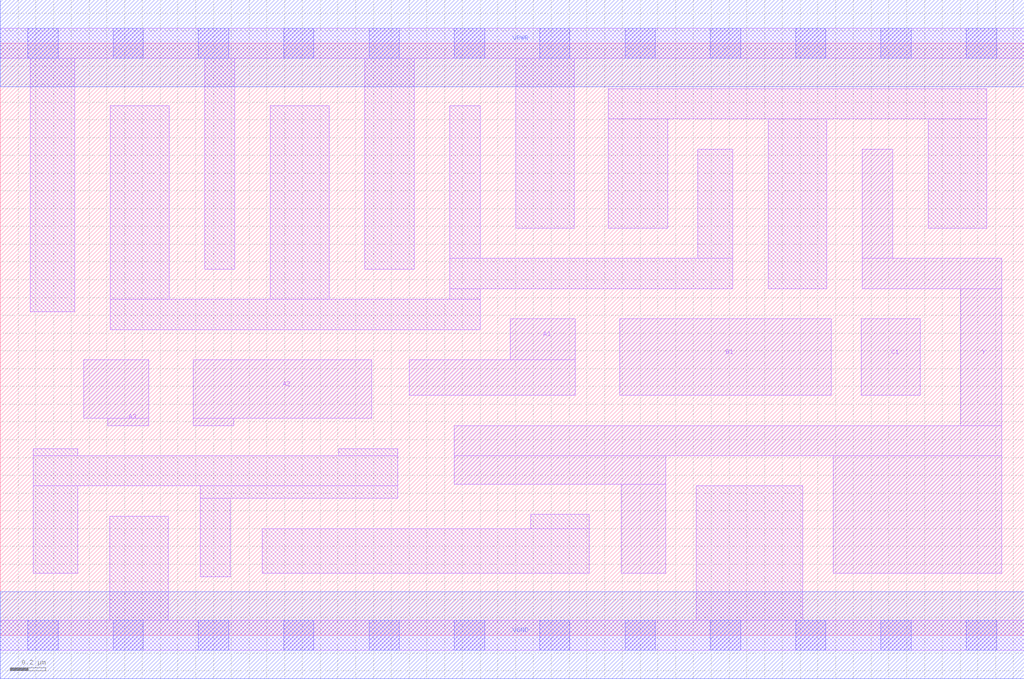
<source format=lef>
# Copyright 2020 The SkyWater PDK Authors
#
# Licensed under the Apache License, Version 2.0 (the "License");
# you may not use this file except in compliance with the License.
# You may obtain a copy of the License at
#
#     https://www.apache.org/licenses/LICENSE-2.0
#
# Unless required by applicable law or agreed to in writing, software
# distributed under the License is distributed on an "AS IS" BASIS,
# WITHOUT WARRANTIES OR CONDITIONS OF ANY KIND, either express or implied.
# See the License for the specific language governing permissions and
# limitations under the License.
#
# SPDX-License-Identifier: Apache-2.0

VERSION 5.5 ;
NAMESCASESENSITIVE ON ;
BUSBITCHARS "[]" ;
DIVIDERCHAR "/" ;
MACRO sky130_fd_sc_ls__a311oi_2
  CLASS CORE ;
  SOURCE USER ;
  ORIGIN  0.000000  0.000000 ;
  SIZE  5.760000 BY  3.330000 ;
  SYMMETRY X Y ;
  SITE unit ;
  PIN A1
    ANTENNAGATEAREA  0.558000 ;
    DIRECTION INPUT ;
    USE SIGNAL ;
    PORT
      LAYER li1 ;
        RECT 2.300000 1.350000 3.235000 1.550000 ;
        RECT 2.870000 1.550000 3.235000 1.780000 ;
    END
  END A1
  PIN A2
    ANTENNAGATEAREA  0.558000 ;
    DIRECTION INPUT ;
    USE SIGNAL ;
    PORT
      LAYER li1 ;
        RECT 1.085000 1.180000 1.315000 1.220000 ;
        RECT 1.085000 1.220000 2.090000 1.550000 ;
    END
  END A2
  PIN A3
    ANTENNAGATEAREA  0.558000 ;
    DIRECTION INPUT ;
    USE SIGNAL ;
    PORT
      LAYER li1 ;
        RECT 0.470000 1.220000 0.835000 1.550000 ;
        RECT 0.605000 1.180000 0.835000 1.220000 ;
    END
  END A3
  PIN B1
    ANTENNAGATEAREA  0.447000 ;
    DIRECTION INPUT ;
    USE SIGNAL ;
    PORT
      LAYER li1 ;
        RECT 3.485000 1.350000 4.675000 1.780000 ;
    END
  END B1
  PIN C1
    ANTENNAGATEAREA  0.447000 ;
    DIRECTION INPUT ;
    USE SIGNAL ;
    PORT
      LAYER li1 ;
        RECT 4.845000 1.350000 5.175000 1.780000 ;
    END
  END C1
  PIN Y
    ANTENNADIFFAREA  0.935400 ;
    DIRECTION OUTPUT ;
    USE SIGNAL ;
    PORT
      LAYER li1 ;
        RECT 2.555000 0.850000 3.745000 1.010000 ;
        RECT 2.555000 1.010000 5.635000 1.180000 ;
        RECT 3.495000 0.350000 3.745000 0.850000 ;
        RECT 4.685000 0.350000 5.635000 1.010000 ;
        RECT 4.850000 1.950000 5.635000 2.120000 ;
        RECT 4.850000 2.120000 5.020000 2.735000 ;
        RECT 5.405000 1.180000 5.635000 1.950000 ;
    END
  END Y
  PIN VGND
    DIRECTION INOUT ;
    SHAPE ABUTMENT ;
    USE GROUND ;
    PORT
      LAYER met1 ;
        RECT 0.000000 -0.245000 5.760000 0.245000 ;
    END
  END VGND
  PIN VPWR
    DIRECTION INOUT ;
    SHAPE ABUTMENT ;
    USE POWER ;
    PORT
      LAYER met1 ;
        RECT 0.000000 3.085000 5.760000 3.575000 ;
    END
  END VPWR
  OBS
    LAYER li1 ;
      RECT 0.000000 -0.085000 5.760000 0.085000 ;
      RECT 0.000000  3.245000 5.760000 3.415000 ;
      RECT 0.170000  1.820000 0.420000 3.245000 ;
      RECT 0.185000  0.350000 0.435000 0.840000 ;
      RECT 0.185000  0.840000 2.235000 1.010000 ;
      RECT 0.185000  1.010000 0.435000 1.050000 ;
      RECT 0.615000  0.085000 0.945000 0.670000 ;
      RECT 0.620000  1.720000 2.700000 1.890000 ;
      RECT 0.620000  1.890000 0.950000 2.980000 ;
      RECT 1.125000  0.330000 1.295000 0.770000 ;
      RECT 1.125000  0.770000 2.235000 0.840000 ;
      RECT 1.150000  2.060000 1.320000 3.245000 ;
      RECT 1.475000  0.350000 3.315000 0.600000 ;
      RECT 1.520000  1.890000 1.850000 2.980000 ;
      RECT 1.905000  1.010000 2.235000 1.050000 ;
      RECT 2.050000  2.060000 2.330000 3.245000 ;
      RECT 2.530000  1.890000 2.700000 1.950000 ;
      RECT 2.530000  1.950000 4.120000 2.120000 ;
      RECT 2.530000  2.120000 2.700000 2.980000 ;
      RECT 2.900000  2.290000 3.230000 3.245000 ;
      RECT 2.985000  0.600000 3.315000 0.680000 ;
      RECT 3.420000  2.290000 3.755000 2.905000 ;
      RECT 3.420000  2.905000 5.550000 3.075000 ;
      RECT 3.915000  0.085000 4.515000 0.840000 ;
      RECT 3.925000  2.120000 4.120000 2.735000 ;
      RECT 4.320000  1.950000 4.650000 2.905000 ;
      RECT 5.220000  2.290000 5.550000 2.905000 ;
    LAYER mcon ;
      RECT 0.155000 -0.085000 0.325000 0.085000 ;
      RECT 0.155000  3.245000 0.325000 3.415000 ;
      RECT 0.635000 -0.085000 0.805000 0.085000 ;
      RECT 0.635000  3.245000 0.805000 3.415000 ;
      RECT 1.115000 -0.085000 1.285000 0.085000 ;
      RECT 1.115000  3.245000 1.285000 3.415000 ;
      RECT 1.595000 -0.085000 1.765000 0.085000 ;
      RECT 1.595000  3.245000 1.765000 3.415000 ;
      RECT 2.075000 -0.085000 2.245000 0.085000 ;
      RECT 2.075000  3.245000 2.245000 3.415000 ;
      RECT 2.555000 -0.085000 2.725000 0.085000 ;
      RECT 2.555000  3.245000 2.725000 3.415000 ;
      RECT 3.035000 -0.085000 3.205000 0.085000 ;
      RECT 3.035000  3.245000 3.205000 3.415000 ;
      RECT 3.515000 -0.085000 3.685000 0.085000 ;
      RECT 3.515000  3.245000 3.685000 3.415000 ;
      RECT 3.995000 -0.085000 4.165000 0.085000 ;
      RECT 3.995000  3.245000 4.165000 3.415000 ;
      RECT 4.475000 -0.085000 4.645000 0.085000 ;
      RECT 4.475000  3.245000 4.645000 3.415000 ;
      RECT 4.955000 -0.085000 5.125000 0.085000 ;
      RECT 4.955000  3.245000 5.125000 3.415000 ;
      RECT 5.435000 -0.085000 5.605000 0.085000 ;
      RECT 5.435000  3.245000 5.605000 3.415000 ;
  END
END sky130_fd_sc_ls__a311oi_2

</source>
